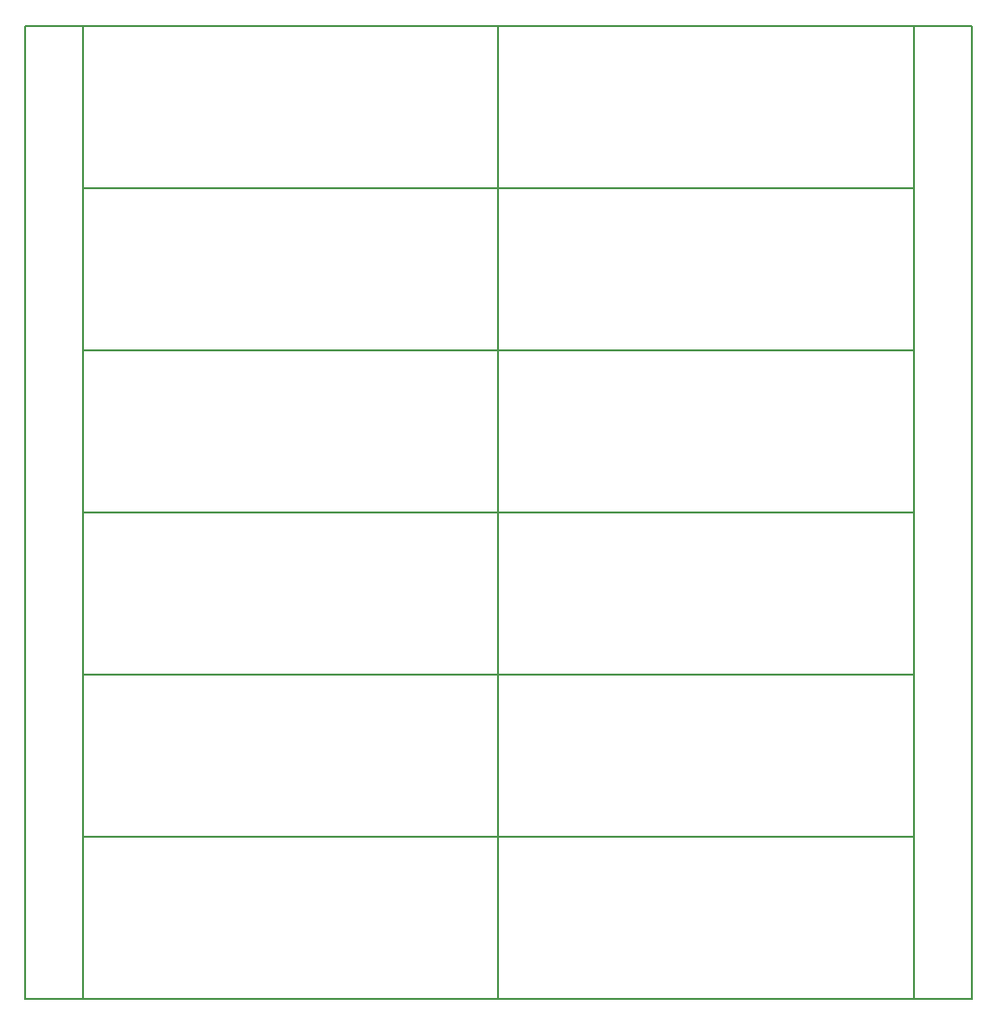
<source format=gko>
G04 Layer_Color=16711935*
%FSLAX25Y25*%
%MOIN*%
G70*
G01*
G75*
%ADD42C,0.00787*%
D42*
X287000Y0D02*
X307000D01*
Y336000D01*
X287000D02*
X307000D01*
X-20000D02*
X0D01*
X-20000Y0D02*
Y336000D01*
Y0D02*
X0D01*
Y336000D01*
X287000D01*
Y0D02*
Y336000D01*
X0Y0D02*
X287000D01*
X0D02*
Y56000D01*
Y0D02*
X143500D01*
Y56000D01*
X0D02*
X143500D01*
Y0D02*
Y56000D01*
Y0D02*
X287000D01*
Y56000D01*
X143500D02*
X287000D01*
X0D02*
Y112000D01*
Y56000D02*
X143500D01*
Y112000D01*
X0D02*
X143500D01*
Y56000D02*
Y112000D01*
Y56000D02*
X287000D01*
Y112000D01*
X143500D02*
X287000D01*
X0D02*
Y168000D01*
Y112000D02*
X143500D01*
Y168000D01*
X0D02*
X143500D01*
Y112000D02*
Y168000D01*
Y112000D02*
X287000D01*
Y168000D01*
X143500D02*
X287000D01*
X0D02*
Y224000D01*
Y168000D02*
X143500D01*
Y224000D01*
X0D02*
X143500D01*
Y168000D02*
Y224000D01*
Y168000D02*
X287000D01*
Y224000D01*
X143500D02*
X287000D01*
X0D02*
Y280000D01*
Y224000D02*
X143500D01*
Y280000D01*
X0D02*
X143500D01*
Y224000D02*
Y280000D01*
Y224000D02*
X287000D01*
Y280000D01*
X143500D02*
X287000D01*
X0D02*
Y336000D01*
Y280000D02*
X143500D01*
Y336000D01*
X0D02*
X143500D01*
Y280000D02*
Y336000D01*
Y280000D02*
X287000D01*
Y336000D01*
X143500D02*
X287000D01*
M02*

</source>
